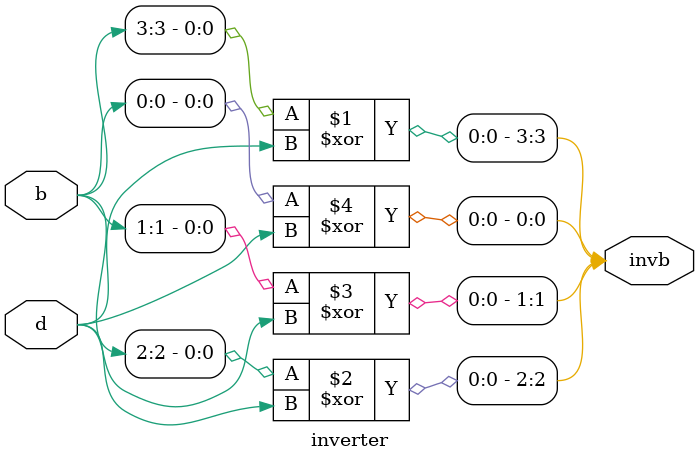
<source format=v>
/*
Dimitrios Papageorgacopoulos
Posnett
CSC137
CSUS
9 April 2019

The following is a 4 bit inverter Unit to be used as the 
a part of a four bit adder/subtractor.
When signal d is high the bits will be inverted;
*/

module inverter(invb,b,d);
input [3:0] b;
input d;  //d is a signal which will tell us if we are doing
output [3:0] invb;	//an inversion on b

wire [3:0] invb;

xor XORb3(invb[3], b[3], d); //if d is 1, b will be inverted, else b will be unchanged
xor XORb2(invb[2], b[2], d);
xor XORb2(invb[1], b[1], d);
xor XORb2(invb[0], b[0], d);

endmodule

/*
module inverter_tb();
	reg [3:0]b;
	reg d;
	wire [3:0]invb;
	inverter myInverter(
		.invb(invb),
		.b(b),
		.d(d)
	);
	
	initial begin
	$monitor("inputs:b3=%b,b2=%b,b1=%b,b0=%b,d=%b outputs:invb3=%b, invb2=%b, invb1=%b, invb0=%b", b[3],b[2],b[1],b[0],d,invb[3],invb[2],invb[1],invb[0]);
	end
	
	initial begin
	d = 1;
	assign b[0] =1;
	assign b[1]= 0;
	assign b[2]=1;
	assign b[3]=1;
	#10;
	d = 0;
	end

endmodule
*/
</source>
